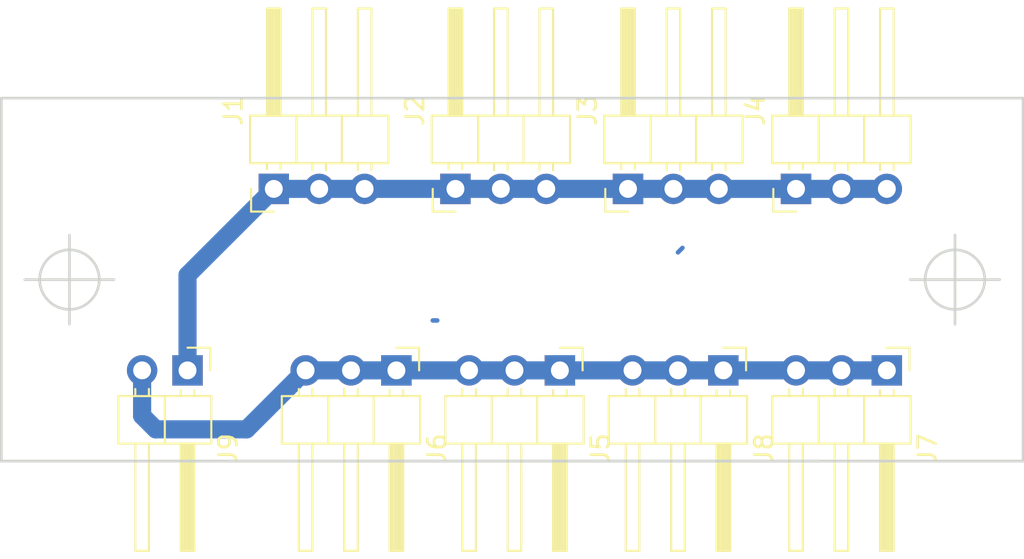
<source format=kicad_pcb>
(kicad_pcb (version 4) (host pcbnew 4.0.7)

  (general
    (links 24)
    (no_connects 0)
    (area 145.974999 107.874999 203.275001 128.345001)
    (thickness 1.6)
    (drawings 8)
    (tracks 30)
    (zones 0)
    (modules 9)
    (nets 3)
  )

  (page A4)
  (layers
    (0 F.Cu signal)
    (31 B.Cu signal)
    (32 B.Adhes user)
    (33 F.Adhes user)
    (34 B.Paste user)
    (35 F.Paste user)
    (36 B.SilkS user)
    (37 F.SilkS user)
    (38 B.Mask user)
    (39 F.Mask user)
    (40 Dwgs.User user)
    (41 Cmts.User user)
    (42 Eco1.User user)
    (43 Eco2.User user)
    (44 Edge.Cuts user)
    (45 Margin user)
    (46 B.CrtYd user)
    (47 F.CrtYd user)
    (48 B.Fab user)
    (49 F.Fab user)
  )

  (setup
    (last_trace_width 1.016)
    (trace_clearance 1.016)
    (zone_clearance 0.508)
    (zone_45_only no)
    (trace_min 0.2)
    (segment_width 0.2)
    (edge_width 0.15)
    (via_size 0.6)
    (via_drill 0.4)
    (via_min_size 0.4)
    (via_min_drill 0.3)
    (uvia_size 0.3)
    (uvia_drill 0.1)
    (uvias_allowed no)
    (uvia_min_size 0.2)
    (uvia_min_drill 0.1)
    (pcb_text_width 0.3)
    (pcb_text_size 1.5 1.5)
    (mod_edge_width 0.15)
    (mod_text_size 1 1)
    (mod_text_width 0.15)
    (pad_size 1.524 1.524)
    (pad_drill 0.762)
    (pad_to_mask_clearance 0.2)
    (aux_axis_origin 0 0)
    (visible_elements FFFFFF7F)
    (pcbplotparams
      (layerselection 0x00030_80000001)
      (usegerberextensions false)
      (excludeedgelayer true)
      (linewidth 0.100000)
      (plotframeref false)
      (viasonmask false)
      (mode 1)
      (useauxorigin false)
      (hpglpennumber 1)
      (hpglpenspeed 20)
      (hpglpendiameter 15)
      (hpglpenoverlay 2)
      (psnegative false)
      (psa4output false)
      (plotreference true)
      (plotvalue true)
      (plotinvisibletext false)
      (padsonsilk false)
      (subtractmaskfromsilk false)
      (outputformat 1)
      (mirror false)
      (drillshape 1)
      (scaleselection 1)
      (outputdirectory ""))
  )

  (net 0 "")
  (net 1 GND)
  (net 2 VCC)

  (net_class Default "This is the default net class."
    (clearance 1.016)
    (trace_width 1.016)
    (via_dia 0.6)
    (via_drill 0.4)
    (uvia_dia 0.3)
    (uvia_drill 0.1)
    (add_net GND)
    (add_net VCC)
  )

  (module Pin_Headers:Pin_Header_Angled_1x03_Pitch2.54mm (layer F.Cu) (tedit 59650532) (tstamp 5AA930FF)
    (at 161.29 113.03 90)
    (descr "Through hole angled pin header, 1x03, 2.54mm pitch, 6mm pin length, single row")
    (tags "Through hole angled pin header THT 1x03 2.54mm single row")
    (path /5AA92D81)
    (fp_text reference J1 (at 4.385 -2.27 90) (layer F.SilkS)
      (effects (font (size 1 1) (thickness 0.15)))
    )
    (fp_text value Conn_01x03 (at 4.385 7.35 90) (layer F.Fab)
      (effects (font (size 1 1) (thickness 0.15)))
    )
    (fp_line (start 2.135 -1.27) (end 4.04 -1.27) (layer F.Fab) (width 0.1))
    (fp_line (start 4.04 -1.27) (end 4.04 6.35) (layer F.Fab) (width 0.1))
    (fp_line (start 4.04 6.35) (end 1.5 6.35) (layer F.Fab) (width 0.1))
    (fp_line (start 1.5 6.35) (end 1.5 -0.635) (layer F.Fab) (width 0.1))
    (fp_line (start 1.5 -0.635) (end 2.135 -1.27) (layer F.Fab) (width 0.1))
    (fp_line (start -0.32 -0.32) (end 1.5 -0.32) (layer F.Fab) (width 0.1))
    (fp_line (start -0.32 -0.32) (end -0.32 0.32) (layer F.Fab) (width 0.1))
    (fp_line (start -0.32 0.32) (end 1.5 0.32) (layer F.Fab) (width 0.1))
    (fp_line (start 4.04 -0.32) (end 10.04 -0.32) (layer F.Fab) (width 0.1))
    (fp_line (start 10.04 -0.32) (end 10.04 0.32) (layer F.Fab) (width 0.1))
    (fp_line (start 4.04 0.32) (end 10.04 0.32) (layer F.Fab) (width 0.1))
    (fp_line (start -0.32 2.22) (end 1.5 2.22) (layer F.Fab) (width 0.1))
    (fp_line (start -0.32 2.22) (end -0.32 2.86) (layer F.Fab) (width 0.1))
    (fp_line (start -0.32 2.86) (end 1.5 2.86) (layer F.Fab) (width 0.1))
    (fp_line (start 4.04 2.22) (end 10.04 2.22) (layer F.Fab) (width 0.1))
    (fp_line (start 10.04 2.22) (end 10.04 2.86) (layer F.Fab) (width 0.1))
    (fp_line (start 4.04 2.86) (end 10.04 2.86) (layer F.Fab) (width 0.1))
    (fp_line (start -0.32 4.76) (end 1.5 4.76) (layer F.Fab) (width 0.1))
    (fp_line (start -0.32 4.76) (end -0.32 5.4) (layer F.Fab) (width 0.1))
    (fp_line (start -0.32 5.4) (end 1.5 5.4) (layer F.Fab) (width 0.1))
    (fp_line (start 4.04 4.76) (end 10.04 4.76) (layer F.Fab) (width 0.1))
    (fp_line (start 10.04 4.76) (end 10.04 5.4) (layer F.Fab) (width 0.1))
    (fp_line (start 4.04 5.4) (end 10.04 5.4) (layer F.Fab) (width 0.1))
    (fp_line (start 1.44 -1.33) (end 1.44 6.41) (layer F.SilkS) (width 0.12))
    (fp_line (start 1.44 6.41) (end 4.1 6.41) (layer F.SilkS) (width 0.12))
    (fp_line (start 4.1 6.41) (end 4.1 -1.33) (layer F.SilkS) (width 0.12))
    (fp_line (start 4.1 -1.33) (end 1.44 -1.33) (layer F.SilkS) (width 0.12))
    (fp_line (start 4.1 -0.38) (end 10.1 -0.38) (layer F.SilkS) (width 0.12))
    (fp_line (start 10.1 -0.38) (end 10.1 0.38) (layer F.SilkS) (width 0.12))
    (fp_line (start 10.1 0.38) (end 4.1 0.38) (layer F.SilkS) (width 0.12))
    (fp_line (start 4.1 -0.32) (end 10.1 -0.32) (layer F.SilkS) (width 0.12))
    (fp_line (start 4.1 -0.2) (end 10.1 -0.2) (layer F.SilkS) (width 0.12))
    (fp_line (start 4.1 -0.08) (end 10.1 -0.08) (layer F.SilkS) (width 0.12))
    (fp_line (start 4.1 0.04) (end 10.1 0.04) (layer F.SilkS) (width 0.12))
    (fp_line (start 4.1 0.16) (end 10.1 0.16) (layer F.SilkS) (width 0.12))
    (fp_line (start 4.1 0.28) (end 10.1 0.28) (layer F.SilkS) (width 0.12))
    (fp_line (start 1.11 -0.38) (end 1.44 -0.38) (layer F.SilkS) (width 0.12))
    (fp_line (start 1.11 0.38) (end 1.44 0.38) (layer F.SilkS) (width 0.12))
    (fp_line (start 1.44 1.27) (end 4.1 1.27) (layer F.SilkS) (width 0.12))
    (fp_line (start 4.1 2.16) (end 10.1 2.16) (layer F.SilkS) (width 0.12))
    (fp_line (start 10.1 2.16) (end 10.1 2.92) (layer F.SilkS) (width 0.12))
    (fp_line (start 10.1 2.92) (end 4.1 2.92) (layer F.SilkS) (width 0.12))
    (fp_line (start 1.042929 2.16) (end 1.44 2.16) (layer F.SilkS) (width 0.12))
    (fp_line (start 1.042929 2.92) (end 1.44 2.92) (layer F.SilkS) (width 0.12))
    (fp_line (start 1.44 3.81) (end 4.1 3.81) (layer F.SilkS) (width 0.12))
    (fp_line (start 4.1 4.7) (end 10.1 4.7) (layer F.SilkS) (width 0.12))
    (fp_line (start 10.1 4.7) (end 10.1 5.46) (layer F.SilkS) (width 0.12))
    (fp_line (start 10.1 5.46) (end 4.1 5.46) (layer F.SilkS) (width 0.12))
    (fp_line (start 1.042929 4.7) (end 1.44 4.7) (layer F.SilkS) (width 0.12))
    (fp_line (start 1.042929 5.46) (end 1.44 5.46) (layer F.SilkS) (width 0.12))
    (fp_line (start -1.27 0) (end -1.27 -1.27) (layer F.SilkS) (width 0.12))
    (fp_line (start -1.27 -1.27) (end 0 -1.27) (layer F.SilkS) (width 0.12))
    (fp_line (start -1.8 -1.8) (end -1.8 6.85) (layer F.CrtYd) (width 0.05))
    (fp_line (start -1.8 6.85) (end 10.55 6.85) (layer F.CrtYd) (width 0.05))
    (fp_line (start 10.55 6.85) (end 10.55 -1.8) (layer F.CrtYd) (width 0.05))
    (fp_line (start 10.55 -1.8) (end -1.8 -1.8) (layer F.CrtYd) (width 0.05))
    (fp_text user %R (at 2.77 2.54 180) (layer F.Fab)
      (effects (font (size 1 1) (thickness 0.15)))
    )
    (pad 1 thru_hole rect (at 0 0 90) (size 1.7 1.7) (drill 1) (layers *.Cu *.Mask)
      (net 1 GND))
    (pad 2 thru_hole oval (at 0 2.54 90) (size 1.7 1.7) (drill 1) (layers *.Cu *.Mask)
      (net 1 GND))
    (pad 3 thru_hole oval (at 0 5.08 90) (size 1.7 1.7) (drill 1) (layers *.Cu *.Mask)
      (net 1 GND))
    (model ${KISYS3DMOD}/Pin_Headers.3dshapes/Pin_Header_Angled_1x03_Pitch2.54mm.wrl
      (at (xyz 0 0 0))
      (scale (xyz 1 1 1))
      (rotate (xyz 0 0 0))
    )
  )

  (module Pin_Headers:Pin_Header_Angled_1x03_Pitch2.54mm (layer F.Cu) (tedit 59650532) (tstamp 5AA93106)
    (at 171.45 113.03 90)
    (descr "Through hole angled pin header, 1x03, 2.54mm pitch, 6mm pin length, single row")
    (tags "Through hole angled pin header THT 1x03 2.54mm single row")
    (path /5AA935F1)
    (fp_text reference J2 (at 4.385 -2.27 90) (layer F.SilkS)
      (effects (font (size 1 1) (thickness 0.15)))
    )
    (fp_text value Conn_01x03 (at 4.385 7.35 90) (layer F.Fab)
      (effects (font (size 1 1) (thickness 0.15)))
    )
    (fp_line (start 2.135 -1.27) (end 4.04 -1.27) (layer F.Fab) (width 0.1))
    (fp_line (start 4.04 -1.27) (end 4.04 6.35) (layer F.Fab) (width 0.1))
    (fp_line (start 4.04 6.35) (end 1.5 6.35) (layer F.Fab) (width 0.1))
    (fp_line (start 1.5 6.35) (end 1.5 -0.635) (layer F.Fab) (width 0.1))
    (fp_line (start 1.5 -0.635) (end 2.135 -1.27) (layer F.Fab) (width 0.1))
    (fp_line (start -0.32 -0.32) (end 1.5 -0.32) (layer F.Fab) (width 0.1))
    (fp_line (start -0.32 -0.32) (end -0.32 0.32) (layer F.Fab) (width 0.1))
    (fp_line (start -0.32 0.32) (end 1.5 0.32) (layer F.Fab) (width 0.1))
    (fp_line (start 4.04 -0.32) (end 10.04 -0.32) (layer F.Fab) (width 0.1))
    (fp_line (start 10.04 -0.32) (end 10.04 0.32) (layer F.Fab) (width 0.1))
    (fp_line (start 4.04 0.32) (end 10.04 0.32) (layer F.Fab) (width 0.1))
    (fp_line (start -0.32 2.22) (end 1.5 2.22) (layer F.Fab) (width 0.1))
    (fp_line (start -0.32 2.22) (end -0.32 2.86) (layer F.Fab) (width 0.1))
    (fp_line (start -0.32 2.86) (end 1.5 2.86) (layer F.Fab) (width 0.1))
    (fp_line (start 4.04 2.22) (end 10.04 2.22) (layer F.Fab) (width 0.1))
    (fp_line (start 10.04 2.22) (end 10.04 2.86) (layer F.Fab) (width 0.1))
    (fp_line (start 4.04 2.86) (end 10.04 2.86) (layer F.Fab) (width 0.1))
    (fp_line (start -0.32 4.76) (end 1.5 4.76) (layer F.Fab) (width 0.1))
    (fp_line (start -0.32 4.76) (end -0.32 5.4) (layer F.Fab) (width 0.1))
    (fp_line (start -0.32 5.4) (end 1.5 5.4) (layer F.Fab) (width 0.1))
    (fp_line (start 4.04 4.76) (end 10.04 4.76) (layer F.Fab) (width 0.1))
    (fp_line (start 10.04 4.76) (end 10.04 5.4) (layer F.Fab) (width 0.1))
    (fp_line (start 4.04 5.4) (end 10.04 5.4) (layer F.Fab) (width 0.1))
    (fp_line (start 1.44 -1.33) (end 1.44 6.41) (layer F.SilkS) (width 0.12))
    (fp_line (start 1.44 6.41) (end 4.1 6.41) (layer F.SilkS) (width 0.12))
    (fp_line (start 4.1 6.41) (end 4.1 -1.33) (layer F.SilkS) (width 0.12))
    (fp_line (start 4.1 -1.33) (end 1.44 -1.33) (layer F.SilkS) (width 0.12))
    (fp_line (start 4.1 -0.38) (end 10.1 -0.38) (layer F.SilkS) (width 0.12))
    (fp_line (start 10.1 -0.38) (end 10.1 0.38) (layer F.SilkS) (width 0.12))
    (fp_line (start 10.1 0.38) (end 4.1 0.38) (layer F.SilkS) (width 0.12))
    (fp_line (start 4.1 -0.32) (end 10.1 -0.32) (layer F.SilkS) (width 0.12))
    (fp_line (start 4.1 -0.2) (end 10.1 -0.2) (layer F.SilkS) (width 0.12))
    (fp_line (start 4.1 -0.08) (end 10.1 -0.08) (layer F.SilkS) (width 0.12))
    (fp_line (start 4.1 0.04) (end 10.1 0.04) (layer F.SilkS) (width 0.12))
    (fp_line (start 4.1 0.16) (end 10.1 0.16) (layer F.SilkS) (width 0.12))
    (fp_line (start 4.1 0.28) (end 10.1 0.28) (layer F.SilkS) (width 0.12))
    (fp_line (start 1.11 -0.38) (end 1.44 -0.38) (layer F.SilkS) (width 0.12))
    (fp_line (start 1.11 0.38) (end 1.44 0.38) (layer F.SilkS) (width 0.12))
    (fp_line (start 1.44 1.27) (end 4.1 1.27) (layer F.SilkS) (width 0.12))
    (fp_line (start 4.1 2.16) (end 10.1 2.16) (layer F.SilkS) (width 0.12))
    (fp_line (start 10.1 2.16) (end 10.1 2.92) (layer F.SilkS) (width 0.12))
    (fp_line (start 10.1 2.92) (end 4.1 2.92) (layer F.SilkS) (width 0.12))
    (fp_line (start 1.042929 2.16) (end 1.44 2.16) (layer F.SilkS) (width 0.12))
    (fp_line (start 1.042929 2.92) (end 1.44 2.92) (layer F.SilkS) (width 0.12))
    (fp_line (start 1.44 3.81) (end 4.1 3.81) (layer F.SilkS) (width 0.12))
    (fp_line (start 4.1 4.7) (end 10.1 4.7) (layer F.SilkS) (width 0.12))
    (fp_line (start 10.1 4.7) (end 10.1 5.46) (layer F.SilkS) (width 0.12))
    (fp_line (start 10.1 5.46) (end 4.1 5.46) (layer F.SilkS) (width 0.12))
    (fp_line (start 1.042929 4.7) (end 1.44 4.7) (layer F.SilkS) (width 0.12))
    (fp_line (start 1.042929 5.46) (end 1.44 5.46) (layer F.SilkS) (width 0.12))
    (fp_line (start -1.27 0) (end -1.27 -1.27) (layer F.SilkS) (width 0.12))
    (fp_line (start -1.27 -1.27) (end 0 -1.27) (layer F.SilkS) (width 0.12))
    (fp_line (start -1.8 -1.8) (end -1.8 6.85) (layer F.CrtYd) (width 0.05))
    (fp_line (start -1.8 6.85) (end 10.55 6.85) (layer F.CrtYd) (width 0.05))
    (fp_line (start 10.55 6.85) (end 10.55 -1.8) (layer F.CrtYd) (width 0.05))
    (fp_line (start 10.55 -1.8) (end -1.8 -1.8) (layer F.CrtYd) (width 0.05))
    (fp_text user %R (at 2.77 2.54 180) (layer F.Fab)
      (effects (font (size 1 1) (thickness 0.15)))
    )
    (pad 1 thru_hole rect (at 0 0 90) (size 1.7 1.7) (drill 1) (layers *.Cu *.Mask)
      (net 1 GND))
    (pad 2 thru_hole oval (at 0 2.54 90) (size 1.7 1.7) (drill 1) (layers *.Cu *.Mask)
      (net 1 GND))
    (pad 3 thru_hole oval (at 0 5.08 90) (size 1.7 1.7) (drill 1) (layers *.Cu *.Mask)
      (net 1 GND))
    (model ${KISYS3DMOD}/Pin_Headers.3dshapes/Pin_Header_Angled_1x03_Pitch2.54mm.wrl
      (at (xyz 0 0 0))
      (scale (xyz 1 1 1))
      (rotate (xyz 0 0 0))
    )
  )

  (module Pin_Headers:Pin_Header_Angled_1x03_Pitch2.54mm (layer F.Cu) (tedit 59650532) (tstamp 5AA9310D)
    (at 181.102 113.03 90)
    (descr "Through hole angled pin header, 1x03, 2.54mm pitch, 6mm pin length, single row")
    (tags "Through hole angled pin header THT 1x03 2.54mm single row")
    (path /5AA9362D)
    (fp_text reference J3 (at 4.385 -2.27 90) (layer F.SilkS)
      (effects (font (size 1 1) (thickness 0.15)))
    )
    (fp_text value Conn_01x03 (at 4.385 7.35 90) (layer F.Fab)
      (effects (font (size 1 1) (thickness 0.15)))
    )
    (fp_line (start 2.135 -1.27) (end 4.04 -1.27) (layer F.Fab) (width 0.1))
    (fp_line (start 4.04 -1.27) (end 4.04 6.35) (layer F.Fab) (width 0.1))
    (fp_line (start 4.04 6.35) (end 1.5 6.35) (layer F.Fab) (width 0.1))
    (fp_line (start 1.5 6.35) (end 1.5 -0.635) (layer F.Fab) (width 0.1))
    (fp_line (start 1.5 -0.635) (end 2.135 -1.27) (layer F.Fab) (width 0.1))
    (fp_line (start -0.32 -0.32) (end 1.5 -0.32) (layer F.Fab) (width 0.1))
    (fp_line (start -0.32 -0.32) (end -0.32 0.32) (layer F.Fab) (width 0.1))
    (fp_line (start -0.32 0.32) (end 1.5 0.32) (layer F.Fab) (width 0.1))
    (fp_line (start 4.04 -0.32) (end 10.04 -0.32) (layer F.Fab) (width 0.1))
    (fp_line (start 10.04 -0.32) (end 10.04 0.32) (layer F.Fab) (width 0.1))
    (fp_line (start 4.04 0.32) (end 10.04 0.32) (layer F.Fab) (width 0.1))
    (fp_line (start -0.32 2.22) (end 1.5 2.22) (layer F.Fab) (width 0.1))
    (fp_line (start -0.32 2.22) (end -0.32 2.86) (layer F.Fab) (width 0.1))
    (fp_line (start -0.32 2.86) (end 1.5 2.86) (layer F.Fab) (width 0.1))
    (fp_line (start 4.04 2.22) (end 10.04 2.22) (layer F.Fab) (width 0.1))
    (fp_line (start 10.04 2.22) (end 10.04 2.86) (layer F.Fab) (width 0.1))
    (fp_line (start 4.04 2.86) (end 10.04 2.86) (layer F.Fab) (width 0.1))
    (fp_line (start -0.32 4.76) (end 1.5 4.76) (layer F.Fab) (width 0.1))
    (fp_line (start -0.32 4.76) (end -0.32 5.4) (layer F.Fab) (width 0.1))
    (fp_line (start -0.32 5.4) (end 1.5 5.4) (layer F.Fab) (width 0.1))
    (fp_line (start 4.04 4.76) (end 10.04 4.76) (layer F.Fab) (width 0.1))
    (fp_line (start 10.04 4.76) (end 10.04 5.4) (layer F.Fab) (width 0.1))
    (fp_line (start 4.04 5.4) (end 10.04 5.4) (layer F.Fab) (width 0.1))
    (fp_line (start 1.44 -1.33) (end 1.44 6.41) (layer F.SilkS) (width 0.12))
    (fp_line (start 1.44 6.41) (end 4.1 6.41) (layer F.SilkS) (width 0.12))
    (fp_line (start 4.1 6.41) (end 4.1 -1.33) (layer F.SilkS) (width 0.12))
    (fp_line (start 4.1 -1.33) (end 1.44 -1.33) (layer F.SilkS) (width 0.12))
    (fp_line (start 4.1 -0.38) (end 10.1 -0.38) (layer F.SilkS) (width 0.12))
    (fp_line (start 10.1 -0.38) (end 10.1 0.38) (layer F.SilkS) (width 0.12))
    (fp_line (start 10.1 0.38) (end 4.1 0.38) (layer F.SilkS) (width 0.12))
    (fp_line (start 4.1 -0.32) (end 10.1 -0.32) (layer F.SilkS) (width 0.12))
    (fp_line (start 4.1 -0.2) (end 10.1 -0.2) (layer F.SilkS) (width 0.12))
    (fp_line (start 4.1 -0.08) (end 10.1 -0.08) (layer F.SilkS) (width 0.12))
    (fp_line (start 4.1 0.04) (end 10.1 0.04) (layer F.SilkS) (width 0.12))
    (fp_line (start 4.1 0.16) (end 10.1 0.16) (layer F.SilkS) (width 0.12))
    (fp_line (start 4.1 0.28) (end 10.1 0.28) (layer F.SilkS) (width 0.12))
    (fp_line (start 1.11 -0.38) (end 1.44 -0.38) (layer F.SilkS) (width 0.12))
    (fp_line (start 1.11 0.38) (end 1.44 0.38) (layer F.SilkS) (width 0.12))
    (fp_line (start 1.44 1.27) (end 4.1 1.27) (layer F.SilkS) (width 0.12))
    (fp_line (start 4.1 2.16) (end 10.1 2.16) (layer F.SilkS) (width 0.12))
    (fp_line (start 10.1 2.16) (end 10.1 2.92) (layer F.SilkS) (width 0.12))
    (fp_line (start 10.1 2.92) (end 4.1 2.92) (layer F.SilkS) (width 0.12))
    (fp_line (start 1.042929 2.16) (end 1.44 2.16) (layer F.SilkS) (width 0.12))
    (fp_line (start 1.042929 2.92) (end 1.44 2.92) (layer F.SilkS) (width 0.12))
    (fp_line (start 1.44 3.81) (end 4.1 3.81) (layer F.SilkS) (width 0.12))
    (fp_line (start 4.1 4.7) (end 10.1 4.7) (layer F.SilkS) (width 0.12))
    (fp_line (start 10.1 4.7) (end 10.1 5.46) (layer F.SilkS) (width 0.12))
    (fp_line (start 10.1 5.46) (end 4.1 5.46) (layer F.SilkS) (width 0.12))
    (fp_line (start 1.042929 4.7) (end 1.44 4.7) (layer F.SilkS) (width 0.12))
    (fp_line (start 1.042929 5.46) (end 1.44 5.46) (layer F.SilkS) (width 0.12))
    (fp_line (start -1.27 0) (end -1.27 -1.27) (layer F.SilkS) (width 0.12))
    (fp_line (start -1.27 -1.27) (end 0 -1.27) (layer F.SilkS) (width 0.12))
    (fp_line (start -1.8 -1.8) (end -1.8 6.85) (layer F.CrtYd) (width 0.05))
    (fp_line (start -1.8 6.85) (end 10.55 6.85) (layer F.CrtYd) (width 0.05))
    (fp_line (start 10.55 6.85) (end 10.55 -1.8) (layer F.CrtYd) (width 0.05))
    (fp_line (start 10.55 -1.8) (end -1.8 -1.8) (layer F.CrtYd) (width 0.05))
    (fp_text user %R (at 2.77 2.54 180) (layer F.Fab)
      (effects (font (size 1 1) (thickness 0.15)))
    )
    (pad 1 thru_hole rect (at 0 0 90) (size 1.7 1.7) (drill 1) (layers *.Cu *.Mask)
      (net 1 GND))
    (pad 2 thru_hole oval (at 0 2.54 90) (size 1.7 1.7) (drill 1) (layers *.Cu *.Mask)
      (net 1 GND))
    (pad 3 thru_hole oval (at 0 5.08 90) (size 1.7 1.7) (drill 1) (layers *.Cu *.Mask)
      (net 1 GND))
    (model ${KISYS3DMOD}/Pin_Headers.3dshapes/Pin_Header_Angled_1x03_Pitch2.54mm.wrl
      (at (xyz 0 0 0))
      (scale (xyz 1 1 1))
      (rotate (xyz 0 0 0))
    )
  )

  (module Pin_Headers:Pin_Header_Angled_1x03_Pitch2.54mm (layer F.Cu) (tedit 59650532) (tstamp 5AA93114)
    (at 190.5 113.03 90)
    (descr "Through hole angled pin header, 1x03, 2.54mm pitch, 6mm pin length, single row")
    (tags "Through hole angled pin header THT 1x03 2.54mm single row")
    (path /5AA92E63)
    (fp_text reference J4 (at 4.385 -2.27 90) (layer F.SilkS)
      (effects (font (size 1 1) (thickness 0.15)))
    )
    (fp_text value Conn_01x03 (at 4.385 7.35 90) (layer F.Fab)
      (effects (font (size 1 1) (thickness 0.15)))
    )
    (fp_line (start 2.135 -1.27) (end 4.04 -1.27) (layer F.Fab) (width 0.1))
    (fp_line (start 4.04 -1.27) (end 4.04 6.35) (layer F.Fab) (width 0.1))
    (fp_line (start 4.04 6.35) (end 1.5 6.35) (layer F.Fab) (width 0.1))
    (fp_line (start 1.5 6.35) (end 1.5 -0.635) (layer F.Fab) (width 0.1))
    (fp_line (start 1.5 -0.635) (end 2.135 -1.27) (layer F.Fab) (width 0.1))
    (fp_line (start -0.32 -0.32) (end 1.5 -0.32) (layer F.Fab) (width 0.1))
    (fp_line (start -0.32 -0.32) (end -0.32 0.32) (layer F.Fab) (width 0.1))
    (fp_line (start -0.32 0.32) (end 1.5 0.32) (layer F.Fab) (width 0.1))
    (fp_line (start 4.04 -0.32) (end 10.04 -0.32) (layer F.Fab) (width 0.1))
    (fp_line (start 10.04 -0.32) (end 10.04 0.32) (layer F.Fab) (width 0.1))
    (fp_line (start 4.04 0.32) (end 10.04 0.32) (layer F.Fab) (width 0.1))
    (fp_line (start -0.32 2.22) (end 1.5 2.22) (layer F.Fab) (width 0.1))
    (fp_line (start -0.32 2.22) (end -0.32 2.86) (layer F.Fab) (width 0.1))
    (fp_line (start -0.32 2.86) (end 1.5 2.86) (layer F.Fab) (width 0.1))
    (fp_line (start 4.04 2.22) (end 10.04 2.22) (layer F.Fab) (width 0.1))
    (fp_line (start 10.04 2.22) (end 10.04 2.86) (layer F.Fab) (width 0.1))
    (fp_line (start 4.04 2.86) (end 10.04 2.86) (layer F.Fab) (width 0.1))
    (fp_line (start -0.32 4.76) (end 1.5 4.76) (layer F.Fab) (width 0.1))
    (fp_line (start -0.32 4.76) (end -0.32 5.4) (layer F.Fab) (width 0.1))
    (fp_line (start -0.32 5.4) (end 1.5 5.4) (layer F.Fab) (width 0.1))
    (fp_line (start 4.04 4.76) (end 10.04 4.76) (layer F.Fab) (width 0.1))
    (fp_line (start 10.04 4.76) (end 10.04 5.4) (layer F.Fab) (width 0.1))
    (fp_line (start 4.04 5.4) (end 10.04 5.4) (layer F.Fab) (width 0.1))
    (fp_line (start 1.44 -1.33) (end 1.44 6.41) (layer F.SilkS) (width 0.12))
    (fp_line (start 1.44 6.41) (end 4.1 6.41) (layer F.SilkS) (width 0.12))
    (fp_line (start 4.1 6.41) (end 4.1 -1.33) (layer F.SilkS) (width 0.12))
    (fp_line (start 4.1 -1.33) (end 1.44 -1.33) (layer F.SilkS) (width 0.12))
    (fp_line (start 4.1 -0.38) (end 10.1 -0.38) (layer F.SilkS) (width 0.12))
    (fp_line (start 10.1 -0.38) (end 10.1 0.38) (layer F.SilkS) (width 0.12))
    (fp_line (start 10.1 0.38) (end 4.1 0.38) (layer F.SilkS) (width 0.12))
    (fp_line (start 4.1 -0.32) (end 10.1 -0.32) (layer F.SilkS) (width 0.12))
    (fp_line (start 4.1 -0.2) (end 10.1 -0.2) (layer F.SilkS) (width 0.12))
    (fp_line (start 4.1 -0.08) (end 10.1 -0.08) (layer F.SilkS) (width 0.12))
    (fp_line (start 4.1 0.04) (end 10.1 0.04) (layer F.SilkS) (width 0.12))
    (fp_line (start 4.1 0.16) (end 10.1 0.16) (layer F.SilkS) (width 0.12))
    (fp_line (start 4.1 0.28) (end 10.1 0.28) (layer F.SilkS) (width 0.12))
    (fp_line (start 1.11 -0.38) (end 1.44 -0.38) (layer F.SilkS) (width 0.12))
    (fp_line (start 1.11 0.38) (end 1.44 0.38) (layer F.SilkS) (width 0.12))
    (fp_line (start 1.44 1.27) (end 4.1 1.27) (layer F.SilkS) (width 0.12))
    (fp_line (start 4.1 2.16) (end 10.1 2.16) (layer F.SilkS) (width 0.12))
    (fp_line (start 10.1 2.16) (end 10.1 2.92) (layer F.SilkS) (width 0.12))
    (fp_line (start 10.1 2.92) (end 4.1 2.92) (layer F.SilkS) (width 0.12))
    (fp_line (start 1.042929 2.16) (end 1.44 2.16) (layer F.SilkS) (width 0.12))
    (fp_line (start 1.042929 2.92) (end 1.44 2.92) (layer F.SilkS) (width 0.12))
    (fp_line (start 1.44 3.81) (end 4.1 3.81) (layer F.SilkS) (width 0.12))
    (fp_line (start 4.1 4.7) (end 10.1 4.7) (layer F.SilkS) (width 0.12))
    (fp_line (start 10.1 4.7) (end 10.1 5.46) (layer F.SilkS) (width 0.12))
    (fp_line (start 10.1 5.46) (end 4.1 5.46) (layer F.SilkS) (width 0.12))
    (fp_line (start 1.042929 4.7) (end 1.44 4.7) (layer F.SilkS) (width 0.12))
    (fp_line (start 1.042929 5.46) (end 1.44 5.46) (layer F.SilkS) (width 0.12))
    (fp_line (start -1.27 0) (end -1.27 -1.27) (layer F.SilkS) (width 0.12))
    (fp_line (start -1.27 -1.27) (end 0 -1.27) (layer F.SilkS) (width 0.12))
    (fp_line (start -1.8 -1.8) (end -1.8 6.85) (layer F.CrtYd) (width 0.05))
    (fp_line (start -1.8 6.85) (end 10.55 6.85) (layer F.CrtYd) (width 0.05))
    (fp_line (start 10.55 6.85) (end 10.55 -1.8) (layer F.CrtYd) (width 0.05))
    (fp_line (start 10.55 -1.8) (end -1.8 -1.8) (layer F.CrtYd) (width 0.05))
    (fp_text user %R (at 2.77 2.54 180) (layer F.Fab)
      (effects (font (size 1 1) (thickness 0.15)))
    )
    (pad 1 thru_hole rect (at 0 0 90) (size 1.7 1.7) (drill 1) (layers *.Cu *.Mask)
      (net 1 GND))
    (pad 2 thru_hole oval (at 0 2.54 90) (size 1.7 1.7) (drill 1) (layers *.Cu *.Mask)
      (net 1 GND))
    (pad 3 thru_hole oval (at 0 5.08 90) (size 1.7 1.7) (drill 1) (layers *.Cu *.Mask)
      (net 1 GND))
    (model ${KISYS3DMOD}/Pin_Headers.3dshapes/Pin_Header_Angled_1x03_Pitch2.54mm.wrl
      (at (xyz 0 0 0))
      (scale (xyz 1 1 1))
      (rotate (xyz 0 0 0))
    )
  )

  (module Pin_Headers:Pin_Header_Angled_1x03_Pitch2.54mm (layer F.Cu) (tedit 59650532) (tstamp 5AA9311B)
    (at 177.292 123.19 270)
    (descr "Through hole angled pin header, 1x03, 2.54mm pitch, 6mm pin length, single row")
    (tags "Through hole angled pin header THT 1x03 2.54mm single row")
    (path /5AA92E32)
    (fp_text reference J5 (at 4.385 -2.27 270) (layer F.SilkS)
      (effects (font (size 1 1) (thickness 0.15)))
    )
    (fp_text value Conn_01x03 (at 4.385 7.35 270) (layer F.Fab)
      (effects (font (size 1 1) (thickness 0.15)))
    )
    (fp_line (start 2.135 -1.27) (end 4.04 -1.27) (layer F.Fab) (width 0.1))
    (fp_line (start 4.04 -1.27) (end 4.04 6.35) (layer F.Fab) (width 0.1))
    (fp_line (start 4.04 6.35) (end 1.5 6.35) (layer F.Fab) (width 0.1))
    (fp_line (start 1.5 6.35) (end 1.5 -0.635) (layer F.Fab) (width 0.1))
    (fp_line (start 1.5 -0.635) (end 2.135 -1.27) (layer F.Fab) (width 0.1))
    (fp_line (start -0.32 -0.32) (end 1.5 -0.32) (layer F.Fab) (width 0.1))
    (fp_line (start -0.32 -0.32) (end -0.32 0.32) (layer F.Fab) (width 0.1))
    (fp_line (start -0.32 0.32) (end 1.5 0.32) (layer F.Fab) (width 0.1))
    (fp_line (start 4.04 -0.32) (end 10.04 -0.32) (layer F.Fab) (width 0.1))
    (fp_line (start 10.04 -0.32) (end 10.04 0.32) (layer F.Fab) (width 0.1))
    (fp_line (start 4.04 0.32) (end 10.04 0.32) (layer F.Fab) (width 0.1))
    (fp_line (start -0.32 2.22) (end 1.5 2.22) (layer F.Fab) (width 0.1))
    (fp_line (start -0.32 2.22) (end -0.32 2.86) (layer F.Fab) (width 0.1))
    (fp_line (start -0.32 2.86) (end 1.5 2.86) (layer F.Fab) (width 0.1))
    (fp_line (start 4.04 2.22) (end 10.04 2.22) (layer F.Fab) (width 0.1))
    (fp_line (start 10.04 2.22) (end 10.04 2.86) (layer F.Fab) (width 0.1))
    (fp_line (start 4.04 2.86) (end 10.04 2.86) (layer F.Fab) (width 0.1))
    (fp_line (start -0.32 4.76) (end 1.5 4.76) (layer F.Fab) (width 0.1))
    (fp_line (start -0.32 4.76) (end -0.32 5.4) (layer F.Fab) (width 0.1))
    (fp_line (start -0.32 5.4) (end 1.5 5.4) (layer F.Fab) (width 0.1))
    (fp_line (start 4.04 4.76) (end 10.04 4.76) (layer F.Fab) (width 0.1))
    (fp_line (start 10.04 4.76) (end 10.04 5.4) (layer F.Fab) (width 0.1))
    (fp_line (start 4.04 5.4) (end 10.04 5.4) (layer F.Fab) (width 0.1))
    (fp_line (start 1.44 -1.33) (end 1.44 6.41) (layer F.SilkS) (width 0.12))
    (fp_line (start 1.44 6.41) (end 4.1 6.41) (layer F.SilkS) (width 0.12))
    (fp_line (start 4.1 6.41) (end 4.1 -1.33) (layer F.SilkS) (width 0.12))
    (fp_line (start 4.1 -1.33) (end 1.44 -1.33) (layer F.SilkS) (width 0.12))
    (fp_line (start 4.1 -0.38) (end 10.1 -0.38) (layer F.SilkS) (width 0.12))
    (fp_line (start 10.1 -0.38) (end 10.1 0.38) (layer F.SilkS) (width 0.12))
    (fp_line (start 10.1 0.38) (end 4.1 0.38) (layer F.SilkS) (width 0.12))
    (fp_line (start 4.1 -0.32) (end 10.1 -0.32) (layer F.SilkS) (width 0.12))
    (fp_line (start 4.1 -0.2) (end 10.1 -0.2) (layer F.SilkS) (width 0.12))
    (fp_line (start 4.1 -0.08) (end 10.1 -0.08) (layer F.SilkS) (width 0.12))
    (fp_line (start 4.1 0.04) (end 10.1 0.04) (layer F.SilkS) (width 0.12))
    (fp_line (start 4.1 0.16) (end 10.1 0.16) (layer F.SilkS) (width 0.12))
    (fp_line (start 4.1 0.28) (end 10.1 0.28) (layer F.SilkS) (width 0.12))
    (fp_line (start 1.11 -0.38) (end 1.44 -0.38) (layer F.SilkS) (width 0.12))
    (fp_line (start 1.11 0.38) (end 1.44 0.38) (layer F.SilkS) (width 0.12))
    (fp_line (start 1.44 1.27) (end 4.1 1.27) (layer F.SilkS) (width 0.12))
    (fp_line (start 4.1 2.16) (end 10.1 2.16) (layer F.SilkS) (width 0.12))
    (fp_line (start 10.1 2.16) (end 10.1 2.92) (layer F.SilkS) (width 0.12))
    (fp_line (start 10.1 2.92) (end 4.1 2.92) (layer F.SilkS) (width 0.12))
    (fp_line (start 1.042929 2.16) (end 1.44 2.16) (layer F.SilkS) (width 0.12))
    (fp_line (start 1.042929 2.92) (end 1.44 2.92) (layer F.SilkS) (width 0.12))
    (fp_line (start 1.44 3.81) (end 4.1 3.81) (layer F.SilkS) (width 0.12))
    (fp_line (start 4.1 4.7) (end 10.1 4.7) (layer F.SilkS) (width 0.12))
    (fp_line (start 10.1 4.7) (end 10.1 5.46) (layer F.SilkS) (width 0.12))
    (fp_line (start 10.1 5.46) (end 4.1 5.46) (layer F.SilkS) (width 0.12))
    (fp_line (start 1.042929 4.7) (end 1.44 4.7) (layer F.SilkS) (width 0.12))
    (fp_line (start 1.042929 5.46) (end 1.44 5.46) (layer F.SilkS) (width 0.12))
    (fp_line (start -1.27 0) (end -1.27 -1.27) (layer F.SilkS) (width 0.12))
    (fp_line (start -1.27 -1.27) (end 0 -1.27) (layer F.SilkS) (width 0.12))
    (fp_line (start -1.8 -1.8) (end -1.8 6.85) (layer F.CrtYd) (width 0.05))
    (fp_line (start -1.8 6.85) (end 10.55 6.85) (layer F.CrtYd) (width 0.05))
    (fp_line (start 10.55 6.85) (end 10.55 -1.8) (layer F.CrtYd) (width 0.05))
    (fp_line (start 10.55 -1.8) (end -1.8 -1.8) (layer F.CrtYd) (width 0.05))
    (fp_text user %R (at 2.77 2.54 360) (layer F.Fab)
      (effects (font (size 1 1) (thickness 0.15)))
    )
    (pad 1 thru_hole rect (at 0 0 270) (size 1.7 1.7) (drill 1) (layers *.Cu *.Mask)
      (net 2 VCC))
    (pad 2 thru_hole oval (at 0 2.54 270) (size 1.7 1.7) (drill 1) (layers *.Cu *.Mask)
      (net 2 VCC))
    (pad 3 thru_hole oval (at 0 5.08 270) (size 1.7 1.7) (drill 1) (layers *.Cu *.Mask)
      (net 2 VCC))
    (model ${KISYS3DMOD}/Pin_Headers.3dshapes/Pin_Header_Angled_1x03_Pitch2.54mm.wrl
      (at (xyz 0 0 0))
      (scale (xyz 1 1 1))
      (rotate (xyz 0 0 0))
    )
  )

  (module Pin_Headers:Pin_Header_Angled_1x03_Pitch2.54mm (layer F.Cu) (tedit 59650532) (tstamp 5AA93122)
    (at 168.148 123.19 270)
    (descr "Through hole angled pin header, 1x03, 2.54mm pitch, 6mm pin length, single row")
    (tags "Through hole angled pin header THT 1x03 2.54mm single row")
    (path /5AA936BA)
    (fp_text reference J6 (at 4.385 -2.27 270) (layer F.SilkS)
      (effects (font (size 1 1) (thickness 0.15)))
    )
    (fp_text value Conn_01x03 (at 4.385 7.35 270) (layer F.Fab)
      (effects (font (size 1 1) (thickness 0.15)))
    )
    (fp_line (start 2.135 -1.27) (end 4.04 -1.27) (layer F.Fab) (width 0.1))
    (fp_line (start 4.04 -1.27) (end 4.04 6.35) (layer F.Fab) (width 0.1))
    (fp_line (start 4.04 6.35) (end 1.5 6.35) (layer F.Fab) (width 0.1))
    (fp_line (start 1.5 6.35) (end 1.5 -0.635) (layer F.Fab) (width 0.1))
    (fp_line (start 1.5 -0.635) (end 2.135 -1.27) (layer F.Fab) (width 0.1))
    (fp_line (start -0.32 -0.32) (end 1.5 -0.32) (layer F.Fab) (width 0.1))
    (fp_line (start -0.32 -0.32) (end -0.32 0.32) (layer F.Fab) (width 0.1))
    (fp_line (start -0.32 0.32) (end 1.5 0.32) (layer F.Fab) (width 0.1))
    (fp_line (start 4.04 -0.32) (end 10.04 -0.32) (layer F.Fab) (width 0.1))
    (fp_line (start 10.04 -0.32) (end 10.04 0.32) (layer F.Fab) (width 0.1))
    (fp_line (start 4.04 0.32) (end 10.04 0.32) (layer F.Fab) (width 0.1))
    (fp_line (start -0.32 2.22) (end 1.5 2.22) (layer F.Fab) (width 0.1))
    (fp_line (start -0.32 2.22) (end -0.32 2.86) (layer F.Fab) (width 0.1))
    (fp_line (start -0.32 2.86) (end 1.5 2.86) (layer F.Fab) (width 0.1))
    (fp_line (start 4.04 2.22) (end 10.04 2.22) (layer F.Fab) (width 0.1))
    (fp_line (start 10.04 2.22) (end 10.04 2.86) (layer F.Fab) (width 0.1))
    (fp_line (start 4.04 2.86) (end 10.04 2.86) (layer F.Fab) (width 0.1))
    (fp_line (start -0.32 4.76) (end 1.5 4.76) (layer F.Fab) (width 0.1))
    (fp_line (start -0.32 4.76) (end -0.32 5.4) (layer F.Fab) (width 0.1))
    (fp_line (start -0.32 5.4) (end 1.5 5.4) (layer F.Fab) (width 0.1))
    (fp_line (start 4.04 4.76) (end 10.04 4.76) (layer F.Fab) (width 0.1))
    (fp_line (start 10.04 4.76) (end 10.04 5.4) (layer F.Fab) (width 0.1))
    (fp_line (start 4.04 5.4) (end 10.04 5.4) (layer F.Fab) (width 0.1))
    (fp_line (start 1.44 -1.33) (end 1.44 6.41) (layer F.SilkS) (width 0.12))
    (fp_line (start 1.44 6.41) (end 4.1 6.41) (layer F.SilkS) (width 0.12))
    (fp_line (start 4.1 6.41) (end 4.1 -1.33) (layer F.SilkS) (width 0.12))
    (fp_line (start 4.1 -1.33) (end 1.44 -1.33) (layer F.SilkS) (width 0.12))
    (fp_line (start 4.1 -0.38) (end 10.1 -0.38) (layer F.SilkS) (width 0.12))
    (fp_line (start 10.1 -0.38) (end 10.1 0.38) (layer F.SilkS) (width 0.12))
    (fp_line (start 10.1 0.38) (end 4.1 0.38) (layer F.SilkS) (width 0.12))
    (fp_line (start 4.1 -0.32) (end 10.1 -0.32) (layer F.SilkS) (width 0.12))
    (fp_line (start 4.1 -0.2) (end 10.1 -0.2) (layer F.SilkS) (width 0.12))
    (fp_line (start 4.1 -0.08) (end 10.1 -0.08) (layer F.SilkS) (width 0.12))
    (fp_line (start 4.1 0.04) (end 10.1 0.04) (layer F.SilkS) (width 0.12))
    (fp_line (start 4.1 0.16) (end 10.1 0.16) (layer F.SilkS) (width 0.12))
    (fp_line (start 4.1 0.28) (end 10.1 0.28) (layer F.SilkS) (width 0.12))
    (fp_line (start 1.11 -0.38) (end 1.44 -0.38) (layer F.SilkS) (width 0.12))
    (fp_line (start 1.11 0.38) (end 1.44 0.38) (layer F.SilkS) (width 0.12))
    (fp_line (start 1.44 1.27) (end 4.1 1.27) (layer F.SilkS) (width 0.12))
    (fp_line (start 4.1 2.16) (end 10.1 2.16) (layer F.SilkS) (width 0.12))
    (fp_line (start 10.1 2.16) (end 10.1 2.92) (layer F.SilkS) (width 0.12))
    (fp_line (start 10.1 2.92) (end 4.1 2.92) (layer F.SilkS) (width 0.12))
    (fp_line (start 1.042929 2.16) (end 1.44 2.16) (layer F.SilkS) (width 0.12))
    (fp_line (start 1.042929 2.92) (end 1.44 2.92) (layer F.SilkS) (width 0.12))
    (fp_line (start 1.44 3.81) (end 4.1 3.81) (layer F.SilkS) (width 0.12))
    (fp_line (start 4.1 4.7) (end 10.1 4.7) (layer F.SilkS) (width 0.12))
    (fp_line (start 10.1 4.7) (end 10.1 5.46) (layer F.SilkS) (width 0.12))
    (fp_line (start 10.1 5.46) (end 4.1 5.46) (layer F.SilkS) (width 0.12))
    (fp_line (start 1.042929 4.7) (end 1.44 4.7) (layer F.SilkS) (width 0.12))
    (fp_line (start 1.042929 5.46) (end 1.44 5.46) (layer F.SilkS) (width 0.12))
    (fp_line (start -1.27 0) (end -1.27 -1.27) (layer F.SilkS) (width 0.12))
    (fp_line (start -1.27 -1.27) (end 0 -1.27) (layer F.SilkS) (width 0.12))
    (fp_line (start -1.8 -1.8) (end -1.8 6.85) (layer F.CrtYd) (width 0.05))
    (fp_line (start -1.8 6.85) (end 10.55 6.85) (layer F.CrtYd) (width 0.05))
    (fp_line (start 10.55 6.85) (end 10.55 -1.8) (layer F.CrtYd) (width 0.05))
    (fp_line (start 10.55 -1.8) (end -1.8 -1.8) (layer F.CrtYd) (width 0.05))
    (fp_text user %R (at 2.77 2.54 360) (layer F.Fab)
      (effects (font (size 1 1) (thickness 0.15)))
    )
    (pad 1 thru_hole rect (at 0 0 270) (size 1.7 1.7) (drill 1) (layers *.Cu *.Mask)
      (net 2 VCC))
    (pad 2 thru_hole oval (at 0 2.54 270) (size 1.7 1.7) (drill 1) (layers *.Cu *.Mask)
      (net 2 VCC))
    (pad 3 thru_hole oval (at 0 5.08 270) (size 1.7 1.7) (drill 1) (layers *.Cu *.Mask)
      (net 2 VCC))
    (model ${KISYS3DMOD}/Pin_Headers.3dshapes/Pin_Header_Angled_1x03_Pitch2.54mm.wrl
      (at (xyz 0 0 0))
      (scale (xyz 1 1 1))
      (rotate (xyz 0 0 0))
    )
  )

  (module Pin_Headers:Pin_Header_Angled_1x03_Pitch2.54mm (layer F.Cu) (tedit 59650532) (tstamp 5AA93129)
    (at 195.58 123.19 270)
    (descr "Through hole angled pin header, 1x03, 2.54mm pitch, 6mm pin length, single row")
    (tags "Through hole angled pin header THT 1x03 2.54mm single row")
    (path /5AA930BE)
    (fp_text reference J7 (at 4.385 -2.27 270) (layer F.SilkS)
      (effects (font (size 1 1) (thickness 0.15)))
    )
    (fp_text value Conn_01x03 (at 4.385 7.35 270) (layer F.Fab)
      (effects (font (size 1 1) (thickness 0.15)))
    )
    (fp_line (start 2.135 -1.27) (end 4.04 -1.27) (layer F.Fab) (width 0.1))
    (fp_line (start 4.04 -1.27) (end 4.04 6.35) (layer F.Fab) (width 0.1))
    (fp_line (start 4.04 6.35) (end 1.5 6.35) (layer F.Fab) (width 0.1))
    (fp_line (start 1.5 6.35) (end 1.5 -0.635) (layer F.Fab) (width 0.1))
    (fp_line (start 1.5 -0.635) (end 2.135 -1.27) (layer F.Fab) (width 0.1))
    (fp_line (start -0.32 -0.32) (end 1.5 -0.32) (layer F.Fab) (width 0.1))
    (fp_line (start -0.32 -0.32) (end -0.32 0.32) (layer F.Fab) (width 0.1))
    (fp_line (start -0.32 0.32) (end 1.5 0.32) (layer F.Fab) (width 0.1))
    (fp_line (start 4.04 -0.32) (end 10.04 -0.32) (layer F.Fab) (width 0.1))
    (fp_line (start 10.04 -0.32) (end 10.04 0.32) (layer F.Fab) (width 0.1))
    (fp_line (start 4.04 0.32) (end 10.04 0.32) (layer F.Fab) (width 0.1))
    (fp_line (start -0.32 2.22) (end 1.5 2.22) (layer F.Fab) (width 0.1))
    (fp_line (start -0.32 2.22) (end -0.32 2.86) (layer F.Fab) (width 0.1))
    (fp_line (start -0.32 2.86) (end 1.5 2.86) (layer F.Fab) (width 0.1))
    (fp_line (start 4.04 2.22) (end 10.04 2.22) (layer F.Fab) (width 0.1))
    (fp_line (start 10.04 2.22) (end 10.04 2.86) (layer F.Fab) (width 0.1))
    (fp_line (start 4.04 2.86) (end 10.04 2.86) (layer F.Fab) (width 0.1))
    (fp_line (start -0.32 4.76) (end 1.5 4.76) (layer F.Fab) (width 0.1))
    (fp_line (start -0.32 4.76) (end -0.32 5.4) (layer F.Fab) (width 0.1))
    (fp_line (start -0.32 5.4) (end 1.5 5.4) (layer F.Fab) (width 0.1))
    (fp_line (start 4.04 4.76) (end 10.04 4.76) (layer F.Fab) (width 0.1))
    (fp_line (start 10.04 4.76) (end 10.04 5.4) (layer F.Fab) (width 0.1))
    (fp_line (start 4.04 5.4) (end 10.04 5.4) (layer F.Fab) (width 0.1))
    (fp_line (start 1.44 -1.33) (end 1.44 6.41) (layer F.SilkS) (width 0.12))
    (fp_line (start 1.44 6.41) (end 4.1 6.41) (layer F.SilkS) (width 0.12))
    (fp_line (start 4.1 6.41) (end 4.1 -1.33) (layer F.SilkS) (width 0.12))
    (fp_line (start 4.1 -1.33) (end 1.44 -1.33) (layer F.SilkS) (width 0.12))
    (fp_line (start 4.1 -0.38) (end 10.1 -0.38) (layer F.SilkS) (width 0.12))
    (fp_line (start 10.1 -0.38) (end 10.1 0.38) (layer F.SilkS) (width 0.12))
    (fp_line (start 10.1 0.38) (end 4.1 0.38) (layer F.SilkS) (width 0.12))
    (fp_line (start 4.1 -0.32) (end 10.1 -0.32) (layer F.SilkS) (width 0.12))
    (fp_line (start 4.1 -0.2) (end 10.1 -0.2) (layer F.SilkS) (width 0.12))
    (fp_line (start 4.1 -0.08) (end 10.1 -0.08) (layer F.SilkS) (width 0.12))
    (fp_line (start 4.1 0.04) (end 10.1 0.04) (layer F.SilkS) (width 0.12))
    (fp_line (start 4.1 0.16) (end 10.1 0.16) (layer F.SilkS) (width 0.12))
    (fp_line (start 4.1 0.28) (end 10.1 0.28) (layer F.SilkS) (width 0.12))
    (fp_line (start 1.11 -0.38) (end 1.44 -0.38) (layer F.SilkS) (width 0.12))
    (fp_line (start 1.11 0.38) (end 1.44 0.38) (layer F.SilkS) (width 0.12))
    (fp_line (start 1.44 1.27) (end 4.1 1.27) (layer F.SilkS) (width 0.12))
    (fp_line (start 4.1 2.16) (end 10.1 2.16) (layer F.SilkS) (width 0.12))
    (fp_line (start 10.1 2.16) (end 10.1 2.92) (layer F.SilkS) (width 0.12))
    (fp_line (start 10.1 2.92) (end 4.1 2.92) (layer F.SilkS) (width 0.12))
    (fp_line (start 1.042929 2.16) (end 1.44 2.16) (layer F.SilkS) (width 0.12))
    (fp_line (start 1.042929 2.92) (end 1.44 2.92) (layer F.SilkS) (width 0.12))
    (fp_line (start 1.44 3.81) (end 4.1 3.81) (layer F.SilkS) (width 0.12))
    (fp_line (start 4.1 4.7) (end 10.1 4.7) (layer F.SilkS) (width 0.12))
    (fp_line (start 10.1 4.7) (end 10.1 5.46) (layer F.SilkS) (width 0.12))
    (fp_line (start 10.1 5.46) (end 4.1 5.46) (layer F.SilkS) (width 0.12))
    (fp_line (start 1.042929 4.7) (end 1.44 4.7) (layer F.SilkS) (width 0.12))
    (fp_line (start 1.042929 5.46) (end 1.44 5.46) (layer F.SilkS) (width 0.12))
    (fp_line (start -1.27 0) (end -1.27 -1.27) (layer F.SilkS) (width 0.12))
    (fp_line (start -1.27 -1.27) (end 0 -1.27) (layer F.SilkS) (width 0.12))
    (fp_line (start -1.8 -1.8) (end -1.8 6.85) (layer F.CrtYd) (width 0.05))
    (fp_line (start -1.8 6.85) (end 10.55 6.85) (layer F.CrtYd) (width 0.05))
    (fp_line (start 10.55 6.85) (end 10.55 -1.8) (layer F.CrtYd) (width 0.05))
    (fp_line (start 10.55 -1.8) (end -1.8 -1.8) (layer F.CrtYd) (width 0.05))
    (fp_text user %R (at 2.77 2.54 360) (layer F.Fab)
      (effects (font (size 1 1) (thickness 0.15)))
    )
    (pad 1 thru_hole rect (at 0 0 270) (size 1.7 1.7) (drill 1) (layers *.Cu *.Mask)
      (net 2 VCC))
    (pad 2 thru_hole oval (at 0 2.54 270) (size 1.7 1.7) (drill 1) (layers *.Cu *.Mask)
      (net 2 VCC))
    (pad 3 thru_hole oval (at 0 5.08 270) (size 1.7 1.7) (drill 1) (layers *.Cu *.Mask)
      (net 2 VCC))
    (model ${KISYS3DMOD}/Pin_Headers.3dshapes/Pin_Header_Angled_1x03_Pitch2.54mm.wrl
      (at (xyz 0 0 0))
      (scale (xyz 1 1 1))
      (rotate (xyz 0 0 0))
    )
  )

  (module Pin_Headers:Pin_Header_Angled_1x03_Pitch2.54mm (layer F.Cu) (tedit 59650532) (tstamp 5AA93130)
    (at 186.436 123.19 270)
    (descr "Through hole angled pin header, 1x03, 2.54mm pitch, 6mm pin length, single row")
    (tags "Through hole angled pin header THT 1x03 2.54mm single row")
    (path /5AA936EE)
    (fp_text reference J8 (at 4.385 -2.27 270) (layer F.SilkS)
      (effects (font (size 1 1) (thickness 0.15)))
    )
    (fp_text value Conn_01x03 (at 4.385 7.35 270) (layer F.Fab)
      (effects (font (size 1 1) (thickness 0.15)))
    )
    (fp_line (start 2.135 -1.27) (end 4.04 -1.27) (layer F.Fab) (width 0.1))
    (fp_line (start 4.04 -1.27) (end 4.04 6.35) (layer F.Fab) (width 0.1))
    (fp_line (start 4.04 6.35) (end 1.5 6.35) (layer F.Fab) (width 0.1))
    (fp_line (start 1.5 6.35) (end 1.5 -0.635) (layer F.Fab) (width 0.1))
    (fp_line (start 1.5 -0.635) (end 2.135 -1.27) (layer F.Fab) (width 0.1))
    (fp_line (start -0.32 -0.32) (end 1.5 -0.32) (layer F.Fab) (width 0.1))
    (fp_line (start -0.32 -0.32) (end -0.32 0.32) (layer F.Fab) (width 0.1))
    (fp_line (start -0.32 0.32) (end 1.5 0.32) (layer F.Fab) (width 0.1))
    (fp_line (start 4.04 -0.32) (end 10.04 -0.32) (layer F.Fab) (width 0.1))
    (fp_line (start 10.04 -0.32) (end 10.04 0.32) (layer F.Fab) (width 0.1))
    (fp_line (start 4.04 0.32) (end 10.04 0.32) (layer F.Fab) (width 0.1))
    (fp_line (start -0.32 2.22) (end 1.5 2.22) (layer F.Fab) (width 0.1))
    (fp_line (start -0.32 2.22) (end -0.32 2.86) (layer F.Fab) (width 0.1))
    (fp_line (start -0.32 2.86) (end 1.5 2.86) (layer F.Fab) (width 0.1))
    (fp_line (start 4.04 2.22) (end 10.04 2.22) (layer F.Fab) (width 0.1))
    (fp_line (start 10.04 2.22) (end 10.04 2.86) (layer F.Fab) (width 0.1))
    (fp_line (start 4.04 2.86) (end 10.04 2.86) (layer F.Fab) (width 0.1))
    (fp_line (start -0.32 4.76) (end 1.5 4.76) (layer F.Fab) (width 0.1))
    (fp_line (start -0.32 4.76) (end -0.32 5.4) (layer F.Fab) (width 0.1))
    (fp_line (start -0.32 5.4) (end 1.5 5.4) (layer F.Fab) (width 0.1))
    (fp_line (start 4.04 4.76) (end 10.04 4.76) (layer F.Fab) (width 0.1))
    (fp_line (start 10.04 4.76) (end 10.04 5.4) (layer F.Fab) (width 0.1))
    (fp_line (start 4.04 5.4) (end 10.04 5.4) (layer F.Fab) (width 0.1))
    (fp_line (start 1.44 -1.33) (end 1.44 6.41) (layer F.SilkS) (width 0.12))
    (fp_line (start 1.44 6.41) (end 4.1 6.41) (layer F.SilkS) (width 0.12))
    (fp_line (start 4.1 6.41) (end 4.1 -1.33) (layer F.SilkS) (width 0.12))
    (fp_line (start 4.1 -1.33) (end 1.44 -1.33) (layer F.SilkS) (width 0.12))
    (fp_line (start 4.1 -0.38) (end 10.1 -0.38) (layer F.SilkS) (width 0.12))
    (fp_line (start 10.1 -0.38) (end 10.1 0.38) (layer F.SilkS) (width 0.12))
    (fp_line (start 10.1 0.38) (end 4.1 0.38) (layer F.SilkS) (width 0.12))
    (fp_line (start 4.1 -0.32) (end 10.1 -0.32) (layer F.SilkS) (width 0.12))
    (fp_line (start 4.1 -0.2) (end 10.1 -0.2) (layer F.SilkS) (width 0.12))
    (fp_line (start 4.1 -0.08) (end 10.1 -0.08) (layer F.SilkS) (width 0.12))
    (fp_line (start 4.1 0.04) (end 10.1 0.04) (layer F.SilkS) (width 0.12))
    (fp_line (start 4.1 0.16) (end 10.1 0.16) (layer F.SilkS) (width 0.12))
    (fp_line (start 4.1 0.28) (end 10.1 0.28) (layer F.SilkS) (width 0.12))
    (fp_line (start 1.11 -0.38) (end 1.44 -0.38) (layer F.SilkS) (width 0.12))
    (fp_line (start 1.11 0.38) (end 1.44 0.38) (layer F.SilkS) (width 0.12))
    (fp_line (start 1.44 1.27) (end 4.1 1.27) (layer F.SilkS) (width 0.12))
    (fp_line (start 4.1 2.16) (end 10.1 2.16) (layer F.SilkS) (width 0.12))
    (fp_line (start 10.1 2.16) (end 10.1 2.92) (layer F.SilkS) (width 0.12))
    (fp_line (start 10.1 2.92) (end 4.1 2.92) (layer F.SilkS) (width 0.12))
    (fp_line (start 1.042929 2.16) (end 1.44 2.16) (layer F.SilkS) (width 0.12))
    (fp_line (start 1.042929 2.92) (end 1.44 2.92) (layer F.SilkS) (width 0.12))
    (fp_line (start 1.44 3.81) (end 4.1 3.81) (layer F.SilkS) (width 0.12))
    (fp_line (start 4.1 4.7) (end 10.1 4.7) (layer F.SilkS) (width 0.12))
    (fp_line (start 10.1 4.7) (end 10.1 5.46) (layer F.SilkS) (width 0.12))
    (fp_line (start 10.1 5.46) (end 4.1 5.46) (layer F.SilkS) (width 0.12))
    (fp_line (start 1.042929 4.7) (end 1.44 4.7) (layer F.SilkS) (width 0.12))
    (fp_line (start 1.042929 5.46) (end 1.44 5.46) (layer F.SilkS) (width 0.12))
    (fp_line (start -1.27 0) (end -1.27 -1.27) (layer F.SilkS) (width 0.12))
    (fp_line (start -1.27 -1.27) (end 0 -1.27) (layer F.SilkS) (width 0.12))
    (fp_line (start -1.8 -1.8) (end -1.8 6.85) (layer F.CrtYd) (width 0.05))
    (fp_line (start -1.8 6.85) (end 10.55 6.85) (layer F.CrtYd) (width 0.05))
    (fp_line (start 10.55 6.85) (end 10.55 -1.8) (layer F.CrtYd) (width 0.05))
    (fp_line (start 10.55 -1.8) (end -1.8 -1.8) (layer F.CrtYd) (width 0.05))
    (fp_text user %R (at 2.77 2.54 360) (layer F.Fab)
      (effects (font (size 1 1) (thickness 0.15)))
    )
    (pad 1 thru_hole rect (at 0 0 270) (size 1.7 1.7) (drill 1) (layers *.Cu *.Mask)
      (net 2 VCC))
    (pad 2 thru_hole oval (at 0 2.54 270) (size 1.7 1.7) (drill 1) (layers *.Cu *.Mask)
      (net 2 VCC))
    (pad 3 thru_hole oval (at 0 5.08 270) (size 1.7 1.7) (drill 1) (layers *.Cu *.Mask)
      (net 2 VCC))
    (model ${KISYS3DMOD}/Pin_Headers.3dshapes/Pin_Header_Angled_1x03_Pitch2.54mm.wrl
      (at (xyz 0 0 0))
      (scale (xyz 1 1 1))
      (rotate (xyz 0 0 0))
    )
  )

  (module Pin_Headers:Pin_Header_Angled_1x02_Pitch2.54mm (layer F.Cu) (tedit 59650532) (tstamp 5AA93136)
    (at 156.464 123.19 270)
    (descr "Through hole angled pin header, 1x02, 2.54mm pitch, 6mm pin length, single row")
    (tags "Through hole angled pin header THT 1x02 2.54mm single row")
    (path /5AA93103)
    (fp_text reference J9 (at 4.385 -2.27 270) (layer F.SilkS)
      (effects (font (size 1 1) (thickness 0.15)))
    )
    (fp_text value Conn_01x02 (at 4.385 4.81 270) (layer F.Fab)
      (effects (font (size 1 1) (thickness 0.15)))
    )
    (fp_line (start 2.135 -1.27) (end 4.04 -1.27) (layer F.Fab) (width 0.1))
    (fp_line (start 4.04 -1.27) (end 4.04 3.81) (layer F.Fab) (width 0.1))
    (fp_line (start 4.04 3.81) (end 1.5 3.81) (layer F.Fab) (width 0.1))
    (fp_line (start 1.5 3.81) (end 1.5 -0.635) (layer F.Fab) (width 0.1))
    (fp_line (start 1.5 -0.635) (end 2.135 -1.27) (layer F.Fab) (width 0.1))
    (fp_line (start -0.32 -0.32) (end 1.5 -0.32) (layer F.Fab) (width 0.1))
    (fp_line (start -0.32 -0.32) (end -0.32 0.32) (layer F.Fab) (width 0.1))
    (fp_line (start -0.32 0.32) (end 1.5 0.32) (layer F.Fab) (width 0.1))
    (fp_line (start 4.04 -0.32) (end 10.04 -0.32) (layer F.Fab) (width 0.1))
    (fp_line (start 10.04 -0.32) (end 10.04 0.32) (layer F.Fab) (width 0.1))
    (fp_line (start 4.04 0.32) (end 10.04 0.32) (layer F.Fab) (width 0.1))
    (fp_line (start -0.32 2.22) (end 1.5 2.22) (layer F.Fab) (width 0.1))
    (fp_line (start -0.32 2.22) (end -0.32 2.86) (layer F.Fab) (width 0.1))
    (fp_line (start -0.32 2.86) (end 1.5 2.86) (layer F.Fab) (width 0.1))
    (fp_line (start 4.04 2.22) (end 10.04 2.22) (layer F.Fab) (width 0.1))
    (fp_line (start 10.04 2.22) (end 10.04 2.86) (layer F.Fab) (width 0.1))
    (fp_line (start 4.04 2.86) (end 10.04 2.86) (layer F.Fab) (width 0.1))
    (fp_line (start 1.44 -1.33) (end 1.44 3.87) (layer F.SilkS) (width 0.12))
    (fp_line (start 1.44 3.87) (end 4.1 3.87) (layer F.SilkS) (width 0.12))
    (fp_line (start 4.1 3.87) (end 4.1 -1.33) (layer F.SilkS) (width 0.12))
    (fp_line (start 4.1 -1.33) (end 1.44 -1.33) (layer F.SilkS) (width 0.12))
    (fp_line (start 4.1 -0.38) (end 10.1 -0.38) (layer F.SilkS) (width 0.12))
    (fp_line (start 10.1 -0.38) (end 10.1 0.38) (layer F.SilkS) (width 0.12))
    (fp_line (start 10.1 0.38) (end 4.1 0.38) (layer F.SilkS) (width 0.12))
    (fp_line (start 4.1 -0.32) (end 10.1 -0.32) (layer F.SilkS) (width 0.12))
    (fp_line (start 4.1 -0.2) (end 10.1 -0.2) (layer F.SilkS) (width 0.12))
    (fp_line (start 4.1 -0.08) (end 10.1 -0.08) (layer F.SilkS) (width 0.12))
    (fp_line (start 4.1 0.04) (end 10.1 0.04) (layer F.SilkS) (width 0.12))
    (fp_line (start 4.1 0.16) (end 10.1 0.16) (layer F.SilkS) (width 0.12))
    (fp_line (start 4.1 0.28) (end 10.1 0.28) (layer F.SilkS) (width 0.12))
    (fp_line (start 1.11 -0.38) (end 1.44 -0.38) (layer F.SilkS) (width 0.12))
    (fp_line (start 1.11 0.38) (end 1.44 0.38) (layer F.SilkS) (width 0.12))
    (fp_line (start 1.44 1.27) (end 4.1 1.27) (layer F.SilkS) (width 0.12))
    (fp_line (start 4.1 2.16) (end 10.1 2.16) (layer F.SilkS) (width 0.12))
    (fp_line (start 10.1 2.16) (end 10.1 2.92) (layer F.SilkS) (width 0.12))
    (fp_line (start 10.1 2.92) (end 4.1 2.92) (layer F.SilkS) (width 0.12))
    (fp_line (start 1.042929 2.16) (end 1.44 2.16) (layer F.SilkS) (width 0.12))
    (fp_line (start 1.042929 2.92) (end 1.44 2.92) (layer F.SilkS) (width 0.12))
    (fp_line (start -1.27 0) (end -1.27 -1.27) (layer F.SilkS) (width 0.12))
    (fp_line (start -1.27 -1.27) (end 0 -1.27) (layer F.SilkS) (width 0.12))
    (fp_line (start -1.8 -1.8) (end -1.8 4.35) (layer F.CrtYd) (width 0.05))
    (fp_line (start -1.8 4.35) (end 10.55 4.35) (layer F.CrtYd) (width 0.05))
    (fp_line (start 10.55 4.35) (end 10.55 -1.8) (layer F.CrtYd) (width 0.05))
    (fp_line (start 10.55 -1.8) (end -1.8 -1.8) (layer F.CrtYd) (width 0.05))
    (fp_text user %R (at 2.77 1.27 360) (layer F.Fab)
      (effects (font (size 1 1) (thickness 0.15)))
    )
    (pad 1 thru_hole rect (at 0 0 270) (size 1.7 1.7) (drill 1) (layers *.Cu *.Mask)
      (net 1 GND))
    (pad 2 thru_hole oval (at 0 2.54 270) (size 1.7 1.7) (drill 1) (layers *.Cu *.Mask)
      (net 2 VCC))
    (model ${KISYS3DMOD}/Pin_Headers.3dshapes/Pin_Header_Angled_1x02_Pitch2.54mm.wrl
      (at (xyz 0 0 0))
      (scale (xyz 1 1 1))
      (rotate (xyz 0 0 0))
    )
  )

  (target plus (at 149.86 118.11) (size 5) (width 0.15) (layer Edge.Cuts))
  (target plus (at 199.39 118.11) (size 5) (width 0.15) (layer Edge.Cuts))
  (gr_line (start 203.2 107.95) (end 146.05 107.95) (angle 90) (layer Edge.Cuts) (width 0.15))
  (gr_line (start 203.2 128.27) (end 203.2 107.95) (angle 90) (layer Edge.Cuts) (width 0.15))
  (gr_line (start 191.77 128.27) (end 203.2 128.27) (angle 90) (layer Edge.Cuts) (width 0.15))
  (gr_line (start 146.05 128.27) (end 146.05 107.95) (angle 90) (layer Edge.Cuts) (width 0.15))
  (gr_line (start 191.77 128.27) (end 146.05 128.27) (angle 90) (layer Edge.Cuts) (width 0.15))
  (gr_line (start 158.75 128.27) (end 191.77 128.27) (angle 90) (layer Edge.Cuts) (width 0.15))

  (segment (start 170.18 120.396) (end 170.434 120.396) (width 0.25) (layer B.Cu) (net 0))
  (segment (start 184.15 116.332) (end 183.896 116.586) (width 0.25) (layer B.Cu) (net 0) (tstamp 5AA92BD6))
  (segment (start 161.29 113.03) (end 163.83 113.03) (width 1.016) (layer B.Cu) (net 1) (status C00000))
  (segment (start 163.83 113.03) (end 166.37 113.03) (width 1.016) (layer B.Cu) (net 1) (tstamp 5AA931F3) (status C00000))
  (segment (start 166.37 113.03) (end 171.45 113.03) (width 1.016) (layer B.Cu) (net 1) (tstamp 5AA931F4) (status C00000))
  (segment (start 171.45 113.03) (end 173.99 113.03) (width 1.016) (layer B.Cu) (net 1) (tstamp 5AA931F5) (status C00000))
  (segment (start 173.99 113.03) (end 176.53 113.03) (width 1.016) (layer B.Cu) (net 1) (tstamp 5AA931F6) (status C00000))
  (segment (start 176.53 113.03) (end 181.102 113.03) (width 1.016) (layer B.Cu) (net 1) (tstamp 5AA931F7) (status C00000))
  (segment (start 181.102 113.03) (end 183.642 113.03) (width 1.016) (layer B.Cu) (net 1) (tstamp 5AA931F8) (status C00000))
  (segment (start 183.642 113.03) (end 186.182 113.03) (width 1.016) (layer B.Cu) (net 1) (tstamp 5AA931F9) (status C00000))
  (segment (start 186.182 113.03) (end 190.5 113.03) (width 1.016) (layer B.Cu) (net 1) (tstamp 5AA931FA) (status C00000))
  (segment (start 190.5 113.03) (end 193.04 113.03) (width 1.016) (layer B.Cu) (net 1) (tstamp 5AA931FB) (status C00000))
  (segment (start 193.04 113.03) (end 195.58 113.03) (width 1.016) (layer B.Cu) (net 1) (tstamp 5AA931FC) (status C00000))
  (segment (start 156.464 123.19) (end 156.464 117.856) (width 1.016) (layer B.Cu) (net 1) (status 400000))
  (segment (start 156.464 117.856) (end 161.29 113.03) (width 1.016) (layer B.Cu) (net 1) (tstamp 5AA931EE) (status 800000))
  (segment (start 163.068 123.19) (end 165.608 123.19) (width 1.016) (layer B.Cu) (net 2) (status C00000))
  (segment (start 165.608 123.19) (end 168.148 123.19) (width 1.016) (layer B.Cu) (net 2) (tstamp 5AA931DD) (status C00000))
  (segment (start 168.148 123.19) (end 172.212 123.19) (width 1.016) (layer B.Cu) (net 2) (tstamp 5AA931DE) (status C00000))
  (segment (start 172.212 123.19) (end 174.752 123.19) (width 1.016) (layer B.Cu) (net 2) (tstamp 5AA931DF) (status C00000))
  (segment (start 174.752 123.19) (end 177.292 123.19) (width 1.016) (layer B.Cu) (net 2) (tstamp 5AA931E0) (status C00000))
  (segment (start 177.292 123.19) (end 181.356 123.19) (width 1.016) (layer B.Cu) (net 2) (tstamp 5AA931E1) (status C00000))
  (segment (start 181.356 123.19) (end 183.896 123.19) (width 1.016) (layer B.Cu) (net 2) (tstamp 5AA931E2) (status C00000))
  (segment (start 183.896 123.19) (end 186.436 123.19) (width 1.016) (layer B.Cu) (net 2) (tstamp 5AA931E5) (status C00000))
  (segment (start 186.436 123.19) (end 190.5 123.19) (width 1.016) (layer B.Cu) (net 2) (tstamp 5AA931E6) (status C00000))
  (segment (start 190.5 123.19) (end 193.04 123.19) (width 1.016) (layer B.Cu) (net 2) (tstamp 5AA931E7) (status C00000))
  (segment (start 193.04 123.19) (end 195.58 123.19) (width 1.016) (layer B.Cu) (net 2) (tstamp 5AA931E9) (status C00000))
  (segment (start 153.924 123.19) (end 153.924 125.73) (width 1.016) (layer B.Cu) (net 2) (status 400000))
  (segment (start 159.766 126.492) (end 163.068 123.19) (width 1.016) (layer B.Cu) (net 2) (tstamp 5AA931DA) (status 800000))
  (segment (start 154.686 126.492) (end 159.766 126.492) (width 1.016) (layer B.Cu) (net 2) (tstamp 5AA931D8))
  (segment (start 153.924 125.73) (end 154.686 126.492) (width 1.016) (layer B.Cu) (net 2) (tstamp 5AA931D7))

)

</source>
